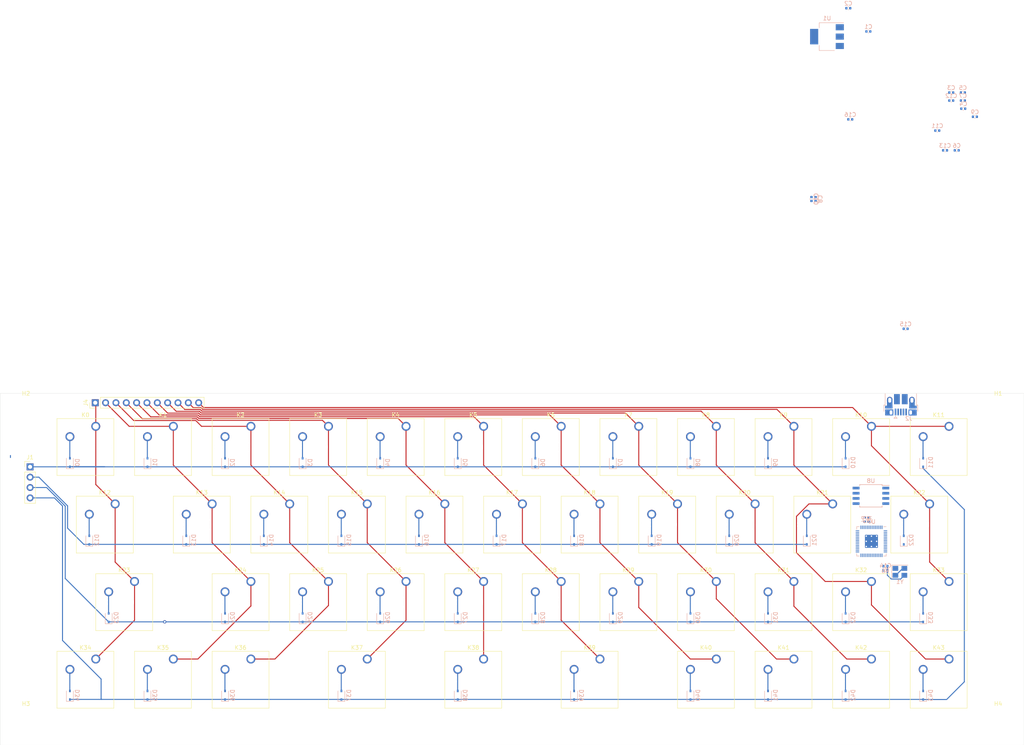
<source format=kicad_pcb>
(kicad_pcb (version 20221018) (generator pcbnew)
  (layers (0 "F.Cu" signal) (31 "B.Cu" signal) (34 "B.Paste" user) (35 "F.Paste" user) (36 "B.SilkS" user "B.Silkscreen") (37 "F.SilkS" user "F.Silkscreen") (38 "B.Mask" user) (39 "F.Mask" user) (44 "Edge.Cuts" user))
  (net 0 "")
  (net 1 "GND")
  (net 2 "/Row_0")
  (net 3 "/Row_1")
  (net 4 "/Row_2")
  (net 5 "/Row_3")
  (net 6 "/Col_0")
  (net 7 "/Col_1")
  (net 8 "/Col_2")
  (net 9 "/Col_3")
  (net 10 "/Col_4")
  (net 11 "/Col_5")
  (net 12 "/Col_6")
  (net 13 "/Col_7")
  (net 14 "/Col_8")
  (net 15 "/Col_9")
  (net 16 "/Col_10")
  (net 17 "Net-(D0-Pad2)")
  (net 18 "Net-(D1-Pad2)")
  (net 19 "Net-(D2-Pad2)")
  (net 20 "Net-(D3-Pad2)")
  (net 21 "Net-(D4-Pad2)")
  (net 22 "Net-(D5-Pad2)")
  (net 23 "Net-(D6-Pad2)")
  (net 24 "Net-(D7-Pad2)")
  (net 25 "Net-(D8-Pad2)")
  (net 26 "Net-(D9-Pad2)")
  (net 27 "Net-(D10-Pad2)")
  (net 28 "Net-(D11-Pad2)")
  (net 29 "Net-(D12-Pad2)")
  (net 30 "Net-(D13-Pad2)")
  (net 31 "Net-(D14-Pad2)")
  (net 32 "Net-(D15-Pad2)")
  (net 33 "Net-(D16-Pad2)")
  (net 34 "Net-(D17-Pad2)")
  (net 35 "Net-(D18-Pad2)")
  (net 36 "Net-(D19-Pad2)")
  (net 37 "Net-(D20-Pad2)")
  (net 38 "Net-(D21-Pad2)")
  (net 39 "Net-(D22-Pad2)")
  (net 40 "Net-(D23-Pad2)")
  (net 41 "Net-(D24-Pad2)")
  (net 42 "Net-(D25-Pad2)")
  (net 43 "Net-(D26-Pad2)")
  (net 44 "Net-(D27-Pad2)")
  (net 45 "Net-(D28-Pad2)")
  (net 46 "Net-(D29-Pad2)")
  (net 47 "Net-(D30-Pad2)")
  (net 48 "Net-(D31-Pad2)")
  (net 49 "Net-(D32-Pad2)")
  (net 50 "Net-(D33-Pad2)")
  (net 51 "Net-(D34-Pad2)")
  (net 52 "Net-(D35-Pad2)")
  (net 53 "Net-(D36-Pad2)")
  (net 54 "Net-(D37-Pad2)")
  (net 55 "Net-(D38-Pad2)")
  (net 56 "Net-(D39-Pad2)")
  (net 57 "Net-(D40-Pad2)")
  (net 58 "Net-(D41-Pad2)")
  (net 59 "Net-(D42-Pad2)")
  (net 60 "Net-(D43-Pad2)")
  (net 61 "VBUS")
  (net 62 "+3V3")
  (net 63 "+1V1")
  (net 64 "Net-(C14-Pad1)")
  (net 65 "/rp2040/XIN")
  (net 66 "/rp2040/USB_D-")
  (net 67 "/rp2040/USB_D+")
  (net 68 "/rp2040/USB_ID")
  (net 69 "/rp2040/SWDIO")
  (net 70 "/rp2040/SWCLK")
  (net 71 "/rp2040/RUN")
  (net 72 "Net-(R4-Pad2)")
  (net 73 "Net-(R5-Pad1)")
  (net 74 "/rp2040/XOUT")
  (net 75 "/rp2040/QSPI_SS")
  (net 76 "/rp2040/QSPI_SD1")
  (net 77 "/rp2040/QSPI_SD2")
  (net 78 "/rp2040/QSPI_SD0")
  (net 79 "/rp2040/QSPI_SCLK")
  (net 80 "/rp2040/QSPI_SD3")
  (net 81 "/rp2040/GPIO24")
  (net 82 "/rp2040/GPIO23")
  (net 83 "/rp2040/GPIO22")
  (net 84 "/rp2040/GPIO21")
  (net 85 "/rp2040/GPIO20")
  (net 86 "/rp2040/GPIO19")
  (net 87 "/rp2040/GPIO18")
  (net 88 "/rp2040/GPIO17")
  (net 89 "/rp2040/GPIO16")
  (net 90 "/rp2040/GPIO15")
  (net 91 "/rp2040/GPIO14")
  (net 92 "/rp2040/GPIO13")
  (net 93 "/rp2040/GPIO12")
  (net 94 "/rp2040/GPIO11")
  (net 95 "/rp2040/GPIO10")
  (net 96 "/rp2040/GPIO9")
  (net 97 "/rp2040/GPIO8")
  (net 98 "/rp2040/GPIO7")
  (net 99 "/rp2040/GPIO25")
  (net 100 "/rp2040/GPIO26")
  (net 101 "/rp2040/GPIO27")
  (net 102 "/rp2040/GPIO28")
  (net 103 "/rp2040/GPIO29")
  (net 104 "/rp2040/GPIO6")
  (net 105 "/rp2040/GPIO5")
  (net 106 "/rp2040/GPIO4")
  (net 107 "/rp2040/GPIO3")
  (net 108 "/rp2040/GPIO2")
  (net 109 "/rp2040/GPIO1")
  (net 110 "/rp2040/GPIO0")
  (footprint "Button_Switch_Keyboard:SW_Cherry_MX_1.00u_PCB" (layer "F.Cu") (at 109.855 119.84)
    (fp_text reference "K0")
    (fp_text value "KEYSW")
  )
  (footprint "MountingHole:MountingHole_3.2mm_M3_DIN965" (layer "F.Cu") (at 92.71 115.57)
    (fp_text reference "H2")
    (fp_text value "MountingHole")
  )
  (footprint "MountingHole:MountingHole_3.2mm_M3_DIN965" (layer "F.Cu") (at 92.71 191.77)
    (fp_text reference "H3")
    (fp_text value "MountingHole")
  )
  (footprint "MountingHole:MountingHole_3.2mm_M3_DIN965" (layer "F.Cu") (at 331.47 191.77)
    (fp_text reference "H4")
    (fp_text value "MountingHole")
  )
  (footprint "MountingHole:MountingHole_3.2mm_M3_DIN965" (layer "F.Cu") (at 331.47 115.57)
    (fp_text reference "H1")
    (fp_text value "MountingHole")
  )
  (footprint "Button_Switch_Keyboard:SW_Cherry_MX_1.00u_PCB" (layer "F.Cu") (at 128.905 119.84)
    (fp_text reference "K1")
    (fp_text value "KEYSW")
  )
  (footprint "Button_Switch_Keyboard:SW_Cherry_MX_1.00u_PCB" (layer "F.Cu") (at 319.405 119.84)
    (fp_text reference "K11")
    (fp_text value "KEYSW")
  )
  (footprint "Button_Switch_Keyboard:SW_Cherry_MX_1.00u_PCB" (layer "F.Cu") (at 195.58 138.89)
    (fp_text reference "K16")
    (fp_text value "KEYSW")
  )
  (footprint "Button_Switch_Keyboard:SW_Cherry_MX_1.00u_PCB" (layer "F.Cu") (at 252.73 138.89)
    (fp_text reference "K19")
    (fp_text value "KEYSW")
  )
  (footprint "Button_Switch_Keyboard:SW_Cherry_MX_1.00u_PCB" (layer "F.Cu") (at 300.355 157.94)
    (fp_text reference "K32")
    (fp_text value "KEYSW")
  )
  (footprint "Button_Switch_Keyboard:SW_Cherry_MX_1.00u_PCB" (layer "F.Cu") (at 300.355 119.84)
    (fp_text reference "K10")
    (fp_text value "KEYSW")
  )
  (footprint "Button_Switch_Keyboard:SW_Cherry_MX_1.00u_PCB" (layer "F.Cu") (at 186.055 119.84)
    (fp_text reference "K4")
    (fp_text value "KEYSW")
  )
  (footprint "Button_Switch_Keyboard:SW_Cherry_MX_1.00u_PCB" (layer "F.Cu") (at 262.255 157.94)
    (fp_text reference "K30")
    (fp_text value "KEYSW")
  )
  (footprint "Button_Switch_Keyboard:SW_Cherry_MX_1.00u_PCB" (layer "F.Cu") (at 205.105 157.94)
    (fp_text reference "K27")
    (fp_text value "KEYSW")
  )
  (footprint "Button_Switch_Keyboard:SW_Cherry_MX_1.00u_PCB" (layer "F.Cu") (at 271.78 138.89)
    (fp_text reference "K20")
    (fp_text value "KEYSW")
  )
  (footprint "Connector_PinHeader_2.54mm:PinHeader_1x04_P2.54mm_Vertical" (layer "F.Cu") (at 93.726 129.789)
    (fp_text reference "J1")
    (fp_text value "Conn_01x04_Male")
  )
  (footprint "Button_Switch_Keyboard:SW_Cherry_MX_2.00u_PCB" (layer "F.Cu") (at 233.68 176.99)
    (fp_text reference "K39")
    (fp_text value "KEYSW")
  )
  (footprint "Button_Switch_Keyboard:SW_Cherry_MX_1.00u_PCB" (layer "F.Cu") (at 281.305 119.84)
    (fp_text reference "K9")
    (fp_text value "KEYSW")
  )
  (footprint "Button_Switch_Keyboard:SW_Cherry_MX_1.00u_PCB" (layer "F.Cu") (at 233.68 138.89)
    (fp_text reference "K18")
    (fp_text value "KEYSW")
  )
  (footprint "Button_Switch_Keyboard:SW_Cherry_MX_1.00u_PCB" (layer "F.Cu") (at 176.53 138.89)
    (fp_text reference "K15")
    (fp_text value "KEYSW")
  )
  (footprint "Button_Switch_Keyboard:SW_Cherry_MX_1.00u_PCB" (layer "F.Cu") (at 138.43 138.89)
    (fp_text reference "K13")
    (fp_text value "KEYSW")
  )
  (footprint "Button_Switch_Keyboard:SW_Cherry_MX_1.50u_PCB" (layer "F.Cu") (at 114.6175 138.89)
    (fp_text reference "K12")
    (fp_text value "KEYSW")
  )
  (footprint "Button_Switch_Keyboard:SW_Cherry_MX_1.00u_PCB" (layer "F.Cu") (at 186.055 157.94)
    (fp_text reference "K26")
    (fp_text value "KEYSW")
  )
  (footprint "Button_Switch_Keyboard:SW_Cherry_MX_1.00u_PCB" (layer "F.Cu") (at 281.305 176.99)
    (fp_text reference "K41")
    (fp_text value "KEYSW")
  )
  (footprint "Button_Switch_Keyboard:SW_Cherry_MX_1.00u_PCB" (layer "F.Cu") (at 147.955 119.84)
    (fp_text reference "K2")
    (fp_text value "KEYSW")
  )
  (footprint "Button_Switch_Keyboard:SW_Cherry_MX_1.00u_PCB" (layer "F.Cu") (at 167.005 119.84)
    (fp_text reference "K3")
    (fp_text value "KEYSW")
  )
  (footprint "Connector_PinHeader_2.54mm:PinHeader_1x11_P2.54mm_Vertical" (layer "F.Cu") (at 109.728 114.046 90)
    (fp_text reference "J4")
    (fp_text value "Conn_01x11_Male")
  )
  (footprint "Button_Switch_Keyboard:SW_Cherry_MX_1.00u_PCB" (layer "F.Cu") (at 214.63 138.89)
    (fp_text reference "K17")
    (fp_text value "KEYSW")
  )
  (footprint "Button_Switch_Keyboard:SW_Cherry_MX_1.00u_PCB" (layer "F.Cu") (at 147.955 157.94)
    (fp_text reference "K24")
    (fp_text value "KEYSW")
  )
  (footprint "Button_Switch_Keyboard:SW_Cherry_MX_1.00u_PCB" (layer "F.Cu") (at 290.83 138.89)
    (fp_text reference "K21")
    (fp_text value "KEYSW")
  )
  (footprint "Button_Switch_Keyboard:SW_Cherry_MX_1.00u_PCB" (layer "F.Cu") (at 157.48 138.89)
    (fp_text reference "K14")
    (fp_text value "KEYSW")
  )
  (footprint "Button_Switch_Keyboard:SW_Cherry_MX_2.00u_PCB" (layer "F.Cu") (at 119.38 157.94)
    (fp_text reference "K23")
    (fp_text value "KEYSW")
  )
  (footprint "Button_Switch_Keyboard:SW_Cherry_MX_1.00u_PCB" (layer "F.Cu") (at 243.205 119.84)
    (fp_text reference "K7")
    (fp_text value "KEYSW")
  )
  (footprint "Button_Switch_Keyboard:SW_Cherry_MX_1.00u_PCB" (layer "F.Cu") (at 224.155 157.94)
    (fp_text reference "K28")
    (fp_text value "KEYSW")
  )
  (footprint "Button_Switch_Keyboard:SW_Cherry_MX_1.00u_PCB" (layer "F.Cu") (at 319.405 176.99)
    (fp_text reference "K43")
    (fp_text value "KEYSW")
  )
  (footprint "Button_Switch_Keyboard:SW_Cherry_MX_1.00u_PCB" (layer "F.Cu") (at 262.255 119.84)
    (fp_text reference "K8")
    (fp_text value "KEYSW")
  )
  (footprint "Button_Switch_Keyboard:SW_Cherry_MX_1.00u_PCB" (layer "F.Cu") (at 319.405 157.94)
    (fp_text reference "K33")
    (fp_text value "KEYSW")
  )
  (footprint "Button_Switch_Keyboard:SW_Cherry_MX_1.00u_PCB" (layer "F.Cu") (at 205.105 119.84)
    (fp_text reference "K5")
    (fp_text value "KEYSW")
  )
  (footprint "Button_Switch_Keyboard:SW_Cherry_MX_1.00u_PCB" (layer "F.Cu") (at 167.005 157.94)
    (fp_text reference "K25")
    (fp_text value "KEYSW")
  )
  (footprint "Button_Switch_Keyboard:SW_Cherry_MX_1.00u_PCB" (layer "F.Cu") (at 147.955 176.99)
    (fp_text reference "K36")
    (fp_text value "KEYSW")
  )
  (footprint "Button_Switch_Keyboard:SW_Cherry_MX_1.50u_PCB" (layer "F.Cu") (at 314.6425 138.89)
    (fp_text reference "K22")
    (fp_text value "KEYSW")
  )
  (footprint "Button_Switch_Keyboard:SW_Cherry_MX_1.00u_PCB" (layer "F.Cu") (at 243.205 157.94)
    (fp_text reference "K29")
    (fp_text value "KEYSW")
  )
  (footprint "Button_Switch_Keyboard:SW_Cherry_MX_1.00u_PCB" (layer "F.Cu") (at 281.305 157.94)
    (fp_text reference "K31")
    (fp_text value "KEYSW")
  )
  (footprint "Button_Switch_Keyboard:SW_Cherry_MX_1.00u_PCB" (layer "F.Cu") (at 205.105 176.99)
    (fp_text reference "K38")
    (fp_text value "KEYSW")
  )
  (footprint "Button_Switch_Keyboard:SW_Cherry_MX_1.00u_PCB" (layer "F.Cu") (at 262.255 176.99)
    (fp_text reference "K40")
    (fp_text value "KEYSW")
  )
  (footprint "Button_Switch_Keyboard:SW_Cherry_MX_1.00u_PCB" (layer "F.Cu") (at 300.355 176.99)
    (fp_text reference "K42")
    (fp_text value "KEYSW")
  )
  (footprint "Button_Switch_Keyboard:SW_Cherry_MX_1.00u_PCB" (layer "F.Cu") (at 109.855 176.99)
    (fp_text reference "K34")
    (fp_text value "KEYSW")
  )
  (footprint "Button_Switch_Keyboard:SW_Cherry_MX_2.00u_PCB" (layer "F.Cu") (at 176.53 176.99)
    (fp_text reference "K37")
    (fp_text value "KEYSW")
  )
  (footprint "Button_Switch_Keyboard:SW_Cherry_MX_1.00u_PCB" (layer "F.Cu") (at 128.905 176.99)
    (fp_text reference "K35")
    (fp_text value "KEYSW")
  )
  (footprint "Button_Switch_Keyboard:SW_Cherry_MX_1.00u_PCB" (layer "F.Cu") (at 224.155 119.84)
    (fp_text reference "K6")
    (fp_text value "KEYSW")
  )
  (footprint "Diode_SMD:D_SOD-323" (layer "B.Cu") (at 103.505 128.73 90)
    (fp_text reference locked "D0")
    (fp_text value "D")
  )
  (footprint "Diode_SMD:D_SOD-323" (layer "B.Cu") (at 208.28 147.78 90)
    (fp_text reference "D17")
    (fp_text value "D")
  )
  (footprint "Diode_SMD:D_SOD-323" (layer "B.Cu") (at 141.605 128.73 90)
    (fp_text reference "D2")
    (fp_text value "D")
  )
  (footprint "Diode_SMD:D_SOD-323" (layer "B.Cu") (at 103.505 185.88 90)
    (fp_text reference locked "D34")
    (fp_text value "D")
  )
  (footprint "Diode_SMD:D_SOD-323" (layer "B.Cu") (at 274.955 166.83 90)
    (fp_text reference "D31")
    (fp_text value "D")
  )
  (footprint "Diode_SMD:D_SOD-323" (layer "B.Cu") (at 274.955 185.88 90)
    (fp_text reference "D41")
    (fp_text value "D")
  )
  (footprint "Diode_SMD:D_SOD-323" (layer "B.Cu") (at 227.33 185.88 90)
    (fp_text reference "D39")
    (fp_text value "D")
  )
  (footprint "Diode_SMD:D_SOD-323" (layer "B.Cu") (at 236.855 128.73 90)
    (fp_text reference "D7")
    (fp_text value "D")
  )
  (footprint "Package_SO:SOIC-8W_5.3x5.3mm_P1.27mm" (layer "B.Cu") (at 300.228 136.906 180)
    (fp_text reference "U8")
    (fp_text value "W25Q128JVS")
  )
  (footprint "Diode_SMD:D_SOD-323" (layer "B.Cu") (at 122.555 185.88 90)
    (fp_text reference "D35")
    (fp_text value "D")
  )
  (footprint "Diode_SMD:D_SOD-323" (layer "B.Cu") (at 198.755 166.83 90)
    (fp_text reference "D27")
    (fp_text value "D")
  )
  (footprint "Diode_SMD:D_SOD-323" (layer "B.Cu") (at 284.48 147.78 90)
    (fp_text reference "D21")
    (fp_text value "D")
  )
  (footprint "Diode_SMD:D_SOD-323" (layer "B.Cu") (at 227.33 147.78 90)
    (fp_text reference "D18")
    (fp_text value "D")
  )
  (footprint "Diode_SMD:D_SOD-323" (layer "B.Cu") (at 255.905 185.88 90)
    (fp_text reference "D40")
    (fp_text value "D")
  )
  (footprint "Capacitor_SMD:C_0402_1005Metric" (layer "B.Cu") (at 303.784 155.194 180)
    (fp_text reference "C14")
    (fp_text value "30p")
  )
  (footprint "Capacitor_SMD:C_0402_1005Metric" (layer "B.Cu") (at 321.299762 52.06 180)
    (fp_text reference "C6")
    (fp_text value "100n")
  )
  (footprint "Capacitor_SMD:C_0402_1005Metric" (layer "B.Cu") (at 322.894762 41.825 180)
    (fp_text reference "C4")
    (fp_text value "100n")
  )
  (footprint "Diode_SMD:D_SOD-323" (layer "B.Cu") (at 313.055 166.83 90)
    (fp_text reference "D33")
    (fp_text value "D")
  )
  (footprint "Diode_SMD:D_SOD-323" (layer "B.Cu") (at 170.18 185.88 90)
    (fp_text reference "D37")
    (fp_text value "D")
  )
  (footprint "Package_TO_SOT_SMD:SOT-223-3_TabPin2" (layer "B.Cu") (at 289.432142 24.13 180)
    (fp_text reference "U1")
    (fp_text value "AMS1117-3.3")
  )
  (footprint "Diode_SMD:D_SOD-323" (layer "B.Cu") (at 294.005 166.83 90)
    (fp_text reference "D32")
    (fp_text value "D")
  )
  (footprint "Diode_SMD:D_SOD-323" (layer "B.Cu") (at 198.755 128.73 90)
    (fp_text reference "D5")
    (fp_text value "D")
  )
  (footprint "Capacitor_SMD:C_0402_1005Metric" (layer "B.Cu") (at 319.944762 39.835 180)
    (fp_text reference "C12")
    (fp_text value "100n")
  )
  (footprint "Diode_SMD:D_SOD-323" (layer "B.Cu") (at 217.805 128.73 90)
    (fp_text reference "D6")
    (fp_text value "D")
  )
  (footprint "Capacitor_SMD:C_0402_1005Metric" (layer "B.Cu") (at 295.147142 44.45 180)
    (fp_text reference "C16")
    (fp_text value "100n")
  )
  (footprint "Diode_SMD:D_SOD-323" (layer "B.Cu") (at 236.855 166.83 90)
    (fp_text reference "D29")
    (fp_text value "D")
  )
  (footprint "Diode_SMD:D_SOD-323" (layer "B.Cu") (at 255.905 128.73 90)
    (fp_text reference "D8")
    (fp_text value "D")
  )
  (footprint "Resistor_SMD:R_0402_1005Metric" (layer "B.Cu") (at 303.784 154.178)
    (fp_text reference "R6")
    (fp_text value "1k")
  )
  (footprint "Capacitor_SMD:C_0402_1005Metric" (layer "B.Cu") (at 325.764762 43.815 180)
    (fp_text reference "C9")
    (fp_text value "100n")
  )
  (footprint "Diode_SMD:D_SOD-323" (layer "B.Cu") (at 294.005 128.73 90)
    (fp_text reference "D10")
    (fp_text value "D")
  )
  (footprint "Diode_SMD:D_SOD-323" (layer "B.Cu") (at 160.655 166.83 90)
    (fp_text reference "D25")
    (fp_text value "D")
  )
  (footprint "Capacitor_SMD:C_0402_1005Metric" (layer "B.Cu") (at 319.944762 37.865 180)
    (fp_text reference "C3")
    (fp_text value "100n")
  )
  (footprint "Capacitor_SMD:C_0402_1005Metric" (layer "B.Cu") (at 299.592142 22.86 180)
    (fp_text reference "C1")
    (fp_text value "10u")
  )
  (footprint "Diode_SMD:D_SOD-323" (layer "B.Cu") (at 179.705 128.73 90)
    (fp_text reference "D4")
    (fp_text value "D")
  )
  (footprint "Capacitor_SMD:C_0402_1005Metric" (layer "B.Cu") (at 308.751904 95.885 180)
    (fp_text reference "C15")
    (fp_text value "30p")
  )
  (footprint "Diode_SMD:D_SOD-323" (layer "B.Cu") (at 294.005 185.88 90)
    (fp_text reference "D42")
    (fp_text value "D")
  )
  (footprint "Capacitor_SMD:C_0402_1005Metric" (layer "B.Cu") (at 285.622142 64.008 90)
    (fp_text reference "C10")
    (fp_text value "1u")
  )
  (footprint "Crystal:Crystal_SMD_3225-4Pin_3.2x2.5mm" (layer "B.Cu") (at 307.34 155.575)
    (fp_text reference "Y1")
    (fp_text value "12MHz")
  )
  (footprint "Diode_SMD:D_SOD-323" (layer "B.Cu") (at 308.2925 147.78 90)
    (fp_text reference "D22")
    (fp_text value "D")
  )
  (footprint "Diode_SMD:D_SOD-323" (layer "B.Cu") (at 108.2675 147.78 90)
    (fp_text reference "D12")
    (fp_text value "D")
  )
  (footprint "Diode_SMD:D_SOD-323" (layer "B.Cu") (at 217.805 166.83 90)
    (fp_text reference "D28")
    (fp_text value "D")
  )
  (footprint "Capacitor_SMD:C_0402_1005Metric" (layer "B.Cu") (at 286.638142 64.008 90)
    (fp_text reference "C8")
    (fp_text value "1u")
  )
  (footprint "Diode_SMD:D_SOD-323" (layer "B.Cu") (at 160.655 128.73 90)
    (fp_text reference "D3")
    (fp_text value "D")
  )
  (footprint "Diode_SMD:D_SOD-323" (layer "B.Cu") (at 151.13 147.78 90)
    (fp_text reference "D14")
    (fp_text value "D")
  )
  (footprint "Diode_SMD:D_SOD-323" (layer "B.Cu") (at 274.955 128.73 90)
    (fp_text reference "D9")
    (fp_text value "D")
  )
  (footprint "Diode_SMD:D_SOD-323" (layer "B.Cu") (at 170.18 147.78 90)
    (fp_text reference "D15")
    (fp_text value "D")
  )
  (footprint "Capacitor_SMD:C_0402_1005Metric" (layer "B.Cu") (at 316.519762 47.21 180)
    (fp_text reference "C11")
    (fp_text value "100n")
  )
  (footprint "Diode_SMD:D_SOD-323" (layer "B.Cu") (at 132.08 147.78 90)
    (fp_text reference "D13")
    (fp_text value "D")
  )
  (footprint "Capacitor_SMD:C_0402_1005Metric" (layer "B.Cu") (at 322.814762 39.835 180)
    (fp_text reference "C7")
    (fp_text value "100n")
  )
  (footprint "Diode_SMD:D_SOD-323" (layer "B.Cu") (at 255.905 166.83 90)
    (fp_text reference "D30")
    (fp_text value "D")
  )
  (footprint "Diode_SMD:D_SOD-323" (layer "B.Cu") (at 179.705 166.83 90)
    (fp_text reference "D26")
    (fp_text value "D")
  )
  (footprint "Resistor_SMD:R_0402_1005Metric" (layer "B.Cu") (at 298.704 142.748 90)
    (fp_text reference "R5")
    (fp_text value "27R")
  )
  (footprint "Capacitor_SMD:C_0402_1005Metric" (layer "B.Cu") (at 318.429762 52.06 180)
    (fp_text reference "C13")
    (fp_text value "100n")
  )
  (footprint "Diode_SMD:D_SOD-323" (layer "B.Cu") (at 113.03 166.83 90)
    (fp_text reference "D23")
    (fp_text value "D")
  )
  (footprint "Diode_SMD:D_SOD-323" (layer "B.Cu") (at 265.43 147.78 90)
    (fp_text reference "D20")
    (fp_text value "D")
  )
  (footprint "Resistor_SMD:R_0402_1005Metric" (layer "B.Cu") (at 299.72 142.75 -90)
    (fp_text reference "R4")
    (fp_text value "27R")
  )
  (footprint "Diode_SMD:D_SOD-323" (layer "B.Cu") (at 246.38 147.78 90)
    (fp_text reference "D19")
    (fp_text value "D")
  )
  (footprint "Diode_SMD:D_SOD-323" (layer "B.Cu") (at 313.055 128.73 90)
    (fp_text reference "D11")
    (fp_text value "D")
  )
  (footprint "Diode_SMD:D_SOD-323" (layer "B.Cu") (at 313.055 185.88 90)
    (fp_text reference "D43")
    (fp_text value "D")
  )
  (footprint "Diode_SMD:D_SOD-323" (layer "B.Cu") (at 189.23 147.78 90)
    (fp_text reference "D16")
    (fp_text value "D")
  )
  (footprint "Diode_SMD:D_SOD-323" (layer "B.Cu") (at 141.605 166.83 90)
    (fp_text reference "D24")
    (fp_text value "D")
  )
  (footprint "Capacitor_SMD:C_0402_1005Metric" (layer "B.Cu") (at 322.814762 37.865 180)
    (fp_text reference "C5")
    (fp_text value "100n")
  )
  (footprint "Diode_SMD:D_SOD-323" (layer "B.Cu") (at 122.555 128.73 90)
    (fp_text reference "D1")
    (fp_text value "D")
  )
  (footprint "RP2040_minimal:RP2040-QFN-56" (layer "B.Cu") (at 300.355 148.082 180)
    (fp_text reference "U7")
    (fp_text value "RP2040")
  )
  (footprint "Connector_USB:USB_Micro-B_Amphenol_10103594-0001LF_Horizontal" (layer "B.Cu") (at 307.594 114.554)
    (fp_text reference "J2")
    (fp_text value "USB_B_Micro")
  )
  (footprint "Diode_SMD:D_SOD-323" (layer "B.Cu") (at 141.605 185.88 90)
    (fp_text reference "D36")
    (fp_text value "D")
  )
  (footprint "Diode_SMD:D_SOD-323" (layer "B.Cu") (at 198.755 185.88 90)
    (fp_text reference "D38")
    (fp_text value "D")
  )
  (footprint "Capacitor_SMD:C_0402_1005Metric" (layer "B.Cu") (at 294.667142 17.145 180)
    (fp_text reference "C2")
    (fp_text value "10u")
  )
  (gr_rect (start 86.36 111.76) (end 337.82 198.12) (stroke (width 0.05)) (fill none) (layer "Edge.Cuts"))
  (segment (start 88.9 127) (end 88.9 127.503) (width 0.25) (layer "B.Cu") (net 0))
  (segment (start 308.04 154.725) (end 308.44 154.725) (width 0.25) (layer "B.Cu") (net 1))
  (segment (start 306.24 156.425) (end 306.34 156.425) (width 0.25) (layer "B.Cu") (net 1))
  (segment (start 306.34 156.425) (end 308.04 154.725) (width 0.25) (layer "B.Cu") (net 1))
  (segment (start 104.126 129.78) (end 104.101 129.755) (width 0.25) (layer "B.Cu") (net 2))
  (segment (start 294.005 129.78) (end 104.126 129.78) (width 0.25) (layer "B.Cu") (net 2))
  (segment (start 103.505 129.755) (end 104.101 129.755) (width 0.25) (layer "B.Cu") (net 2))
  (segment (start 103.505 129.78) (end 93.735 129.78) (width 0.25) (layer "B.Cu") (net 2))
  (segment (start 104.101 129.755) (end 112.053 129.755) (width 0.25) (layer "B.Cu") (net 2))
  (segment (start 93.735 129.78) (end 93.726 129.789) (width 0.25) (layer "B.Cu") (net 2))
  (segment (start 208.28 148.83) (end 227.33 148.83) (width 0.25) (layer "B.Cu") (net 3))
  (segment (start 170.18 148.83) (end 189.23 148.83) (width 0.25) (layer "B.Cu") (net 3))
  (segment (start 151.13 148.83) (end 170.18 148.83) (width 0.25) (layer "B.Cu") (net 3))
  (segment (start 189.23 148.83) (end 208.28 148.83) (width 0.25) (layer "B.Cu") (net 3))
  (segment (start 118.858 148.83) (end 151.13 148.83) (width 0.25) (layer "B.Cu") (net 3))
  (segment (start 108.2675 148.83) (end 118.858 148.83) (width 0.25) (layer "B.Cu") (net 3))
  (segment (start 102.9335 139.381065) (end 102.9335 144.8435) (width 0.25) (layer "B.Cu") (net 3))
  (segment (start 102.9335 144.8435) (end 106.92 148.83) (width 0.25) (layer "B.Cu") (net 3))
  (segment (start 246.38 148.83) (end 265.43 148.83) (width 0.25) (layer "B.Cu") (net 3))
  (segment (start 95.881435 132.329) (end 102.9335 139.381065) (width 0.25) (layer "B.Cu") (net 3))
  (segment (start 93.726 132.329) (end 95.881435 132.329) (width 0.25) (layer "B.Cu") (net 3))
  (segment (start 106.92 148.83) (end 108.2675 148.83) (width 0.25) (layer "B.Cu") (net 3))
  (segment (start 227.33 148.83) (end 246.38 148.83) (width 0.25) (layer "B.Cu") (net 3))
  (segment (start 265.43 148.83) (end 284.48 148.83) (width 0.25) (layer "B.Cu") (net 3))
  (via (at 126.785 167.855) (size 0.8) (drill 0.4) (layers "F.Cu" "B.Cu") (net 4))
  (segment (start 102.362 157.212) (end 113.03 167.88) (width 0.25) (layer "B.Cu") (net 4))
  (segment (start 113.03 167.855) (end 313.055 167.855) (width 0.25) (layer "B.Cu") (net 4))
  (segment (start 93.726 134.869) (end 97.785718 134.869) (width 0.25) (layer "B.Cu") (net 4))
  (segment (start 97.785718 134.869) (end 102.362 139.445282) (width 0.25) (layer "B.Cu") (net 4))
  (segment (start 102.362 139.445282) (end 102.362 157.212) (width 0.25) (layer "B.Cu") (net 4))
  (segment (start 323.169521 182.577214) (end 323.169521 140.289521) (width 0.25) (layer "B.Cu") (net 5))
  (segment (start 111.291 186.905) (end 313.055 186.905) (width 0.25) (layer "B.Cu") (net 5))
  (segment (start 318.816735 186.93) (end 323.169521 182.577214) (width 0.25) (layer "B.Cu") (net 5))
  (segment (start 101.685959 172.424959) (end 111.170479 181.909479) (width 0.25) (layer "B.Cu") (net 5))
  (segment (start 313.055 130.175) (end 323.169521 140.289521) (width 0.25) (layer "B.Cu") (net 5))
  (segment (start 313.055 186.93) (end 318.816735 186.93) (width 0.25) (layer "B.Cu") (net 5))
  (segment (start 313.055 129.78) (end 313.055 130.175) (width 0.25) (layer "B.Cu") (net 5))
  (segment (start 103.505 186.905) (end 111.291 186.905) (width 0.25) (layer "B.Cu") (net 5))
  (segment (start 93.726 137.409) (end 99.69 137.409) (width 0.25) (layer "B.Cu") (net 5))
  (segment (start 101.685959 139.404959) (end 101.685959 172.424959) (width 0.25) (layer "B.Cu") (net 5))
  (segment (start 111.170479 186.784479) (end 111.291 186.905) (width 0.25) (layer "B.Cu") (net 5))
  (segment (start 99.69 137.409) (end 101.685959 139.404959) (width 0.25) (layer "B.Cu") (net 5))
  (segment (start 111.170479 181.909479) (end 111.170479 186.784479) (width 0.25) (layer "B.Cu") (net 5))
  (segment (start 109.855 134.1275) (end 114.6175 138.89) (width 0.25) (layer "F.Cu") (net 6))
  (segment (start 114.6175 138.89) (end 114.6175 153.1775) (width 0.25) (layer "F.Cu") (net 6))
  (segment (start 114.6175 153.1775) (end 119.38 157.94) (width 0.25) (layer "F.Cu") (net 6))
  (segment (start 109.855 114.173) (end 109.728 114.046) (width 0.25) (layer "F.Cu") (net 6))
  (segment (start 119.38 167.465) (end 109.855 176.99) (width 0.25) (layer "F.Cu") (net 6))
  (segment (start 119.38 157.94) (end 119.38 167.465) (width 0.25) (layer "F.Cu") (net 6))
  (segment (start 109.855 119.84) (end 109.855 114.173) (width 0.25) (layer "F.Cu") (net 6))
  (segment (start 109.855 119.84) (end 109.855 134.1275) (width 0.25) (layer "F.Cu") (net 6))
  (segment (start 147.955 157.94) (end 147.955 163.957) (width 0.25) (layer "F.Cu") (net 7))
  (segment (start 128.905 119.84) (end 128.905 129.365) (width 0.25) (layer "F.Cu") (net 7))
  (segment (start 147.955 163.957) (end 134.922 176.99) (width 0.25) (layer "F.Cu") (net 7))
  (segment (start 128.905 119.84) (end 118.062 119.84) (width 0.25) (layer "F.Cu") (net 7))
  (segment (start 128.905 129.365) (end 138.43 138.89) (width 0.25) (layer "F.Cu") (net 7))
  (segment (start 118.062 119.84) (end 112.268 114.046) (width 0.25) (layer "F.Cu") (net 7))
  (segment (start 134.922 176.99) (end 128.905 176.99) (width 0.25) (layer "F.Cu") (net 7))
  (segment (start 138.43 138.89) (end 138.43 148.415) (width 0.25) (layer "F.Cu") (net 7))
  (segment (start 138.43 148.415) (end 147.955 157.94) (width 0.25) (layer "F.Cu") (net 7))
  (segment (start 147.955 119.84) (end 135.836369 119.84) (width 0.25) (layer "F.Cu") (net 8))
  (segment (start 167.005 157.94) (end 167.005 163.838081) (width 0.25) (layer "F.Cu") (net 8))
  (segment (start 157.48 148.415) (end 167.005 157.94) (width 0.25) (layer "F.Cu") (net 8))
  (segment (start 134.411857 118.415489) (end 119.177489 118.415489) (width 0.25) (layer "F.Cu") (net 8))
  (segment (start 153.853081 176.99) (end 147.955 176.99) (width 0.25) (layer "F.Cu") (net 8))
  (segment (start 157.48 138.89) (end 157.48 148.415) (width 0.25) (layer "F.Cu") (net 8))
  (segment (start 147.955 119.84) (end 147.955 129.365) (width 0.25) (layer "F.Cu") (net 8))
  (segment (start 119.177489 118.415489) (end 114.808 114.046) (width 0.25) (layer "F.Cu") (net 8))
  (segment (start 135.836369 119.84) (end 134.411857 118.415489) (width 0.25) (layer "F.Cu") (net 8))
  (segment (start 147.955 129.365) (end 157.48 138.89) (width 0.25) (layer "F.Cu") (net 8))
  (segment (start 167.005 163.838081) (end 153.853081 176.99) (width 0.25) (layer "F.Cu") (net 8))
  (segment (start 176.53 148.415) (end 186.055 157.94) (width 0.25) (layer "F.Cu") (net 9))
  (segment (start 186.055 167.465) (end 176.53 176.99) (width 0.25) (layer "F.Cu") (net 9))
  (segment (start 167.005 119.84) (end 167.005 129.365) (width 0.25) (layer "F.Cu") (net 9))
  (segment (start 165.532088 118.367088) (end 134.999161 118.367088) (width 0.25) (layer "F.Cu") (net 9))
  (segment (start 186.055 157.94) (end 186.055 167.465) (width 0.25) (layer "F.Cu") (net 9))
  (segment (start 134.598049 117.965978) (end 121.267978 117.965978) (width 0.25) (layer "F.Cu") (net 9))
  (segment (start 167.005 119.84) (end 165.532088 118.367088) (width 0.25) (layer "F.Cu") (net 9))
  (segment (start 121.267978 117.965978) (end 117.348 114.046) (width 0.25) (layer "F.Cu") (net 9))
  (segment (start 176.53 138.89) (end 176.53 148.415) (width 0.25) (layer "F.Cu") (net 9))
  (segment (start 167.005 129.365) (end 176.53 138.89) (width 0.25) (layer "F.Cu") (net 9))
  (segment (start 134.999161 118.367088) (end 134.598049 117.965978) (width 0.25) (layer "F.Cu") (net 9))
  (segment (start 186.055 119.84) (end 186.055 129.365) (width 0.25) (layer "F.Cu") (net 10))
  (segment (start 134.772853 117.505078) (end 123.347078 117.505078) (width 0.25) (layer "F.Cu") (net 10))
  (segment (start 184.132577 117.917577) (end 135.185354 117.917577) (width 0.25) (layer "F.Cu") (net 10))
  (segment (start 186.055 119.84) (end 184.132577 117.917577) (width 0.25) (layer "F.Cu") (net 10))
  (segment (start 135.185354 117.917577) (end 134.772853 117.505078) (width 0.25) (layer "F.Cu") (net 10))
  (segment (start 186.055 129.365) (end 195.58 138.89) (width 0.25) (layer "F.Cu") (net 10))
  (segment (start 195.58 148.415) (end 205.105 157.94) (width 0.25) (layer "F.Cu") (net 10))
  (segment (start 205.105 157.94) (end 205.105 176.99) (width 0.25) (layer "F.Cu") (net 10))
  (segment (start 123.347078 117.505078) (end 119.888 114.046) (width 0.25) (layer "F.Cu") (net 10))
  (segment (start 195.58 138.89) (end 195.58 148.415) (width 0.25) (layer "F.Cu") (net 10))
  (segment (start 135.371547 117.468066) (end 134.959043 117.055564) (width 0.25) (layer "F.Cu") (net 11))
  (segment (start 224.155 157.94) (end 224.155 167.465) (width 0.25) (layer "F.Cu") (net 11))
  (segment (start 214.63 138.89) (end 214.63 148.415) (width 0.25) (layer "F.Cu") (net 11))
  (segment (start 125.437564 117.055564) (end 122.428 114.046) (width 0.25) (layer "F.Cu") (net 11))
  (segment (start 134.959043 117.055564) (end 125.437564 117.055564) (width 0.25) (layer "F.Cu") (net 11))
  (segment (start 202.733066 117.468066) (end 135.371547 117.468066) (width 0.25) (layer "F.Cu") (net 11))
  (segment (start 205.105 129.365) (end 214.63 138.89) (width 0.25) (layer "F.Cu") (net 11))
  (segment (start 205.105 119.84) (end 202.733066 117.468066) (width 0.25) (layer "F.Cu") (net 11))
  (segment (start 205.105 119.84) (end 205.105 129.365) (width 0.25) (layer "F.Cu") (net 11))
  (segment (start 214.63 148.415) (end 224.155 157.94) (width 0.25) (layer "F.Cu") (net 11))
  (segment (start 224.155 167.465) (end 233.68 176.99) (width 0.25) (layer "F.Cu") (net 11))
  (segment (start 135.145224 116.606041) (end 135.55774 117.018555) (width 0.25) (layer "F.Cu") (net 12))
  (segment (start 224.155 119.84) (end 224.155 129.365) (width 0.25) (layer "F.Cu") (net 12))
  (segment (start 243.205 157.94) (end 243.205 164.3182) (width 0.25) (layer "F.Cu") (net 12))
  (segment (start 221.333555 117.018555) (end 224.155 119.84) (width 0.25) (layer "F.Cu") (net 12))
  (segment (start 124.968 114.046) (end 127.528041 116.606041) (width 0.25) (layer "F.Cu") (net 12))
  (segment (start 233.68 148.415) (end 243.205 157.94) (width 0.25) (layer "F.Cu") (net 12))
  (segment (start 243.205 164.3182) (end 255.8768 176.99) (width 0.25) (layer "F.Cu") (net 12))
  (segment (start 224.155 129.365) (end 233.68 138.89) (width 0.25) (layer "F.Cu") (net 12))
  (segment (start 255.8768 176.99) (end 262.255 176.99) (width 0.25) (layer "F.Cu") (net 12))
  (segment (start 135.55774 117.018555) (end 221.333555 117.018555) (width 0.25) (layer "F.Cu") (net 12))
  (segment (start 233.68 138.89) (end 233.68 148.415) (width 0.25) (layer "F.Cu") (net 12))
  (segment (start 127.528041 116.606041) (end 135.145224 116.606041) (width 0.25) (layer "F.Cu") (net 12))
  (segment (start 135.743931 116.569044) (end 239.934044 116.569044) (width 0.25) (layer "F.Cu") (net 13))
  (segment (start 252.73 138.89) (end 252.73 148.415) (width 0.25) (layer "F.Cu") (net 13))
  (segment (start 252.73 148.415) (end 262.255 157.94) (width 0.25) (layer "F.Cu") (net 13))
  (segment (start 262.255 157.94) (end 262.255 162.211735) (width 0.25) (layer "F.Cu") (net 13))
  (segment (start 239.934044 116.569044) (end 243.205 119.84) (width 0.25) (layer "F.Cu") (net 13))
  (segment (start 243.205 129.365) (end 252.73 138.89) (width 0.25) (layer "F.Cu") (net 13))
  (segment (start 127.508 114.046) (end 129.618531 116.156531) (width 0.25) (layer "F.Cu") (net 13))
  (segment (start 135.331418 116.156531) (end 135.743931 116.569044) (width 0.25) (layer "F.Cu") (net 13))
  (segment (start 243.205 119.84) (end 243.205 129.365) (width 0.25) (layer "F.Cu") (net 13))
  (segment (start 262.255 162.211735) (end 277.033265 176.99) (width 0.25) (layer "F.Cu") (net 13))
  (segment (start 129.618531 116.156531) (end 135.331418 116.156531) (width 0.25) (layer "F.Cu") (net 13))
  (segment (start 277.033265 176.99) (end 281.305 176.99) (width 0.25) (layer "F.Cu") (net 13))
  (segment (start 130.048 114.046) (end 131.709021 115.707021) (width 0.25) (layer "F.Cu") (net 14))
  (segment (start 294.2872 176.99) (end 300.355 176.99) (width 0.25) (layer "F.Cu") (net 14))
  (segment (start 258.534533 116.119533) (end 262.255 119.84) (width 0.25) (layer "F.Cu") (net 14))
  (segment (start 262.255 129.365) (end 271.78 138.89) (width 0.25) (layer "F.Cu") (net 14))
  (segment (start 131.709021 115.707021) (end 135.517613 115.707021) (width 0.25) (layer "F.Cu") (net 14))
  (segment (start 135.517613 115.707021) (end 135.930125 116.119533) (width 0.25) (layer "F.Cu") (net 14))
  (segment (start 271.78 138.89) (end 271.78 148.415) (width 0.25) (layer "F.Cu") (net 14))
  (segment (start 135.930125 116.119533) (end 258.534533 116.119533) (width 0.25) (layer "F.Cu") (net 14))
  (segment (start 262.255 119.84) (end 262.255 129.365) (width 0.25) (layer "F.Cu") (net 14))
  (segment (start 271.78 148.415) (end 281.305 157.94) (width 0.25) (layer "F.Cu") (net 14))
  (segment (start 281.305 157.94) (end 281.305 164.0078) (width 0.25) (layer "F.Cu") (net 14))
  (segment (start 281.305 164.0078) (end 294.2872 176.99) (width 0.25) (layer "F.Cu") (net 14))
  (segment (start 285.005436 138.89) (end 281.94 141.955436) (width 0.25) (layer "F.Cu") (net 15))
  (segment (start 281.94 141.955436) (end 281.94 150.876) (width 0.25) (layer "F.Cu") (net 15))
  (segment (start 135.703807 115.257511) (end 136.116318 115.670022) (width 0.25) (layer "F.Cu") (net 15))
  (segment (start 289.004 157.94) (end 300.355 157.94) (width 0.25) (layer "F.Cu") (net 15))
  (segment (start 290.83 138.89) (end 285.005436 138.89) (width 0.25) (layer "F.Cu") (net 15))
  (segment (start 300.355 157.94) (end 300.355 163.703) (width 0.25) (layer "F.Cu") (net 15))
  (segment (start 281.94 150.876) (end 289.004 157.94) (width 0.25) (layer "F.Cu") (net 15))
  (segment (start 136.116318 115.670022) (end 277.135022 115.670022) (width 0.25) (layer "F.Cu") (net 15))
  (segment (start 133.799511 115.257511) (end 135.703807 115.257511) (width 0.25) (layer "F.Cu") (net 15))
  (segment (start 277.135022 115.670022) (end 281.305 119.84) (width 0.25) (layer "F.Cu") (net 15))
  (segment (start 300.355 163.703) (end 313.642 176.99) (width 0.25) (layer "F.Cu") (net 15))
  (segment (start 313.642 176.99) (end 319.405 176.99) (width 0.25) (layer "F.Cu") (net 15))
  (segment (start 132.588 114.046) (end 133.799511 115.257511) (width 0.25) (layer "F.Cu") (net 15))
  (segment (start 281.305 129.365) (end 290.83 138.89) (width 0.25) (layer "F.Cu") (net 15))
  (segment (start 281.305 119.84) (end 281.305 129.365) (width 0.25) (layer "F.Cu") (net 15))
  (segment (start 290.83 138.89) (end 290.878 138.89) (width 0.25) (layer "B.Cu") (net 15))
  (segment (start 314.6425 138.89) (end 314.6425 153.1775) (width 0.25) (layer "F.Cu") (net 16))
  (segment (start 300.355 119.84) (end 319.405 119.84) (width 0.25) (layer "F.Cu") (net 16))
  (segment (start 136.302511 115.220511) (end 295.735511 115.220511) (width 0.25) (layer "F.Cu") (net 16))
  (segment (start 300.355 119.84) (end 300.355 124.6025) (width 0.25) (layer "F.Cu") (net 16))
  (segment (start 300.355 124.6025) (end 314.6425 138.89) (width 0.25) (layer "F.Cu") (net 16))
  (segment (start 295.735511 115.220511) (end 300.355 119.84) (width 0.25) (layer "F.Cu") (net 16))
  (segment (start 135.128 114.046) (end 136.302511 115.220511) (width 0.25) (layer "F.Cu") (net 16))
  (segment (start 314.6425 153.1775) (end 319.405 157.94) (width 0.25) (layer "F.Cu") (net 16))
  (segment (start 103.475 122.38) (end 103.475 127.61) (width 0.25) (layer "B.Cu") (net 17))
  (segment (start 122.525 122.38) (end 122.525 127.61) (width 0.25) (layer "B.Cu") (net 18))
  (segment (start 141.575 122.38) (end 141.575 127.61) (width 0.25) (layer "B.Cu") (net 19))
  (segment (start 160.625 122.38) (end 160.625 127.61) (width 0.25) (layer "B.Cu") (net 20))
  (segment (start 179.675 122.38) (end 179.675 127.61) (width 0.25) (layer "B.Cu") (net 21))
  (segment (start 198.725 122.38) (end 198.725 127.61) (width 0.25) (layer "B.Cu") (net 22))
  (segment (start 217.775 122.38) (end 217.775 127.61) (width 0.25) (layer "B.Cu") (net 23))
  (segment (start 236.825 122.38) (end 236.825 127.61) (width 0.25) (layer "B.Cu") (net 24))
  (segment (start 255.875 122.38) (end 255.875 127.61) (width 0.25) (layer "B.Cu") (net 25))
  (segment (start 274.925 122.38) (end 274.925 127.61) (width 0.25) (layer "B.Cu") (net 26))
  (segment (start 293.975 122.38) (end 293.975 127.61) (width 0.25) (layer "B.Cu") (net 27))
  (segment (start 313.025 122.38) (end 313.025 127.61) (width 0.25) (layer "B.Cu") (net 28))
  (segment (start 108.2375 141.43) (end 108.2375 146.66) (width 0.25) (layer "B.Cu") (net 29))
  (segment (start 132.05 141.43) (end 132.05 146.66) (width 0.25) (layer "B.Cu") (net 30))
  (segment (start 151.1 141.43) (end 151.1 146.66) (width 0.25) (layer "B.Cu") (net 31))
  (segment (start 170.15 141.43) (end 170.15 146.66) (width 0.25) (layer "B.Cu") (net 32))
  (segment (start 189.2 141.43) (end 189.2 146.66) (width 0.25) (layer "B.Cu") (net 33))
  (segment (start 208.25 141.43) (end 208.25 146.66) (width 0.25) (layer "B.Cu") (net 34))
  (segment (start 227.3 141.43) (end 227.3 146.66) (width 0.25) (layer "B.Cu") (net 35))
  (segment (start 246.35 141.43) (end 246.35 146.66) (width 0.25) (layer "B.Cu") (net 36))
  (segment (start 265.4 141.43) (end 265.4 146.66) (width 0.25) (layer "B.Cu") (net 37))
  (segment (start 284.45 141.43) (end 284.45 146.66) (width 0.25) (layer "B.Cu") (net 38))
  (segment (start 308.2625 141.43) (end 308.2625 146.66) (width 0.25) (layer "B.Cu") (net 39))
  (segment (start 113 160.48) (end 113 165.71) (width 0.25) (layer "B.Cu") (net 40))
  (segment (start 141.575 160.48) (end 141.575 165.71) (width 0.25) (layer "B.Cu") (net 41))
  (segment (start 160.625 160.48) (end 160.625 165.71) (width 0.25) (layer "B.Cu") (net 42))
  (segment (start 179.675 160.48) (end 179.675 165.71) (width 0.25) (layer "B.Cu") (net 43))
  (segment (start 198.725 160.48) (end 198.725 165.71) (width 0.25) (layer "B.Cu") (net 44))
  (segment (start 217.775 160.48) (end 217.775 165.71) (width 0.25) (layer "B.Cu") (net 45))
  (segment (start 236.825 160.48) (end 236.825 165.71) (width 0.25) (layer "B.Cu") (net 46))
  (segment (start 255.875 160.48) (end 255.875 165.71) (width 0.25) (layer "B.Cu") (net 47))
  (segment (start 274.925 160.48) (end 274.925 165.71) (width 0.25) (layer "B.Cu") (net 48))
  (segment (start 293.975 160.48) (end 293.975 165.71) (width 0.25) (layer "B.Cu") (net 49))
  (segment (start 313.025 160.48) (end 313.025 165.71) (width 0.25) (layer "B.Cu") (net 50))
  (segment (start 103.475 179.53) (end 103.475 184.76) (width 0.25) (layer "B.Cu") (net 51))
  (segment (start 122.525 179.53) (end 122.525 184.76) (width 0.25) (layer "B.Cu") (net 52))
  (segment (start 141.575 179.53) (end 141.575 184.76) (width 0.25) (layer "B.Cu") (net 53))
  (segment (start 170.15 179.53) (end 170.15 184.76) (width 0.25) (layer "B.Cu") (net 54))
  (segment (start 198.725 179.53) (end 198.725 184.76) (width 0.25) (layer "B.Cu") (net 55))
  (segment (start 227.3 179.53) (end 227.3 184.76) (width 0.25) (layer "B.Cu") (net 56))
  (segment (start 255.875 179.53) (end 255.875 184.76) (width 0.25) (layer "B.Cu") (net 57))
  (segment (start 274.925 179.53) (end 274.925 184.76) (width 0.25) (layer "B.Cu") (net 58))
  (segment (start 293.975 179.53) (end 293.975 184.76) (width 0.25) (layer "B.Cu") (net 59))
  (segment (start 313.025 179.53) (end 313.025 184.76) (width 0.25) (layer "B.Cu") (net 60))
  (segment (start 304.294 155.164) (end 304.264 155.194) (width 0.25) (layer "B.Cu") (net 64))
  (segment (start 304.264 155.194) (end 304.264 156.398022) (width 0.25) (layer "B.Cu") (net 64))
  (segment (start 307.515489 157.349511) (end 308.44 156.425) (width 0.25) (layer "B.Cu") (net 64))
  (segment (start 304.264 156.398022) (end 305.215489 157.349511) (width 0.25) (layer "B.Cu") (net 64))
  (segment (start 305.215489 157.349511) (end 307.515489 157.349511) (width 0.25) (layer "B.Cu") (net 64))
  (segment (start 304.294 154.178) (end 304.294 155.164) (width 0.25) (layer "B.Cu") (net 64))
)
</source>
